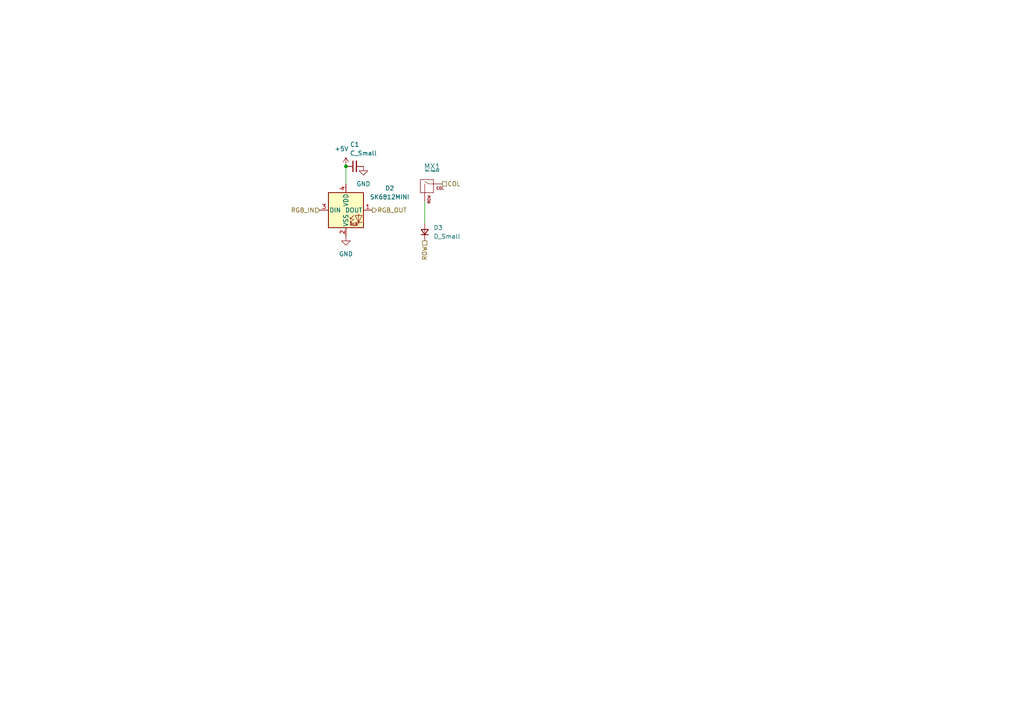
<source format=kicad_sch>
(kicad_sch (version 20211123) (generator eeschema)
  (paper "A4")
  (lib_symbols
    (symbol "Device:C_Small" (pin_numbers hide) (pin_names (offset 0.254) hide)
      (property "Reference" "C" (at 0.254 1.778 0))
      (property "Value" "C_Small" (at 0.254 -2.032 0))
      (symbol "C_Small_0_1"
        (polyline (pts (xy -1.524 -0.508) (xy 1.524 -0.508)) (stroke (width 0.3302)))
        (polyline (pts (xy -1.524 0.508) (xy 1.524 0.508)) (stroke (width 0.3048)))
      )
      (symbol "C_Small_1_1"
        (pin passive line (at 0 2.54 270) (length 2.032) (name "~") (number "1"))
        (pin passive line (at 0 -2.54 90) (length 2.032) (name "~") (number "2"))
      )
    )
    (symbol "Device:D_Small" (pin_numbers hide) (pin_names (offset 0.254) hide)
      (property "Reference" "D" (at -1.27 2.032 0))
      (property "Value" "D_Small" (at -3.81 -2.032 0))
      (symbol "D_Small_0_1"
        (polyline (pts (xy -0.762 -1.016) (xy -0.762 1.016)) (stroke (width 0.254)))
        (polyline (pts (xy -0.762 0) (xy 0.762 0)))
        (polyline (pts (xy 0.762 -1.016) (xy -0.762 0) (xy 0.762 1.016) (xy 0.762 -1.016)) (stroke (width 0.254)))
      )
      (symbol "D_Small_1_1"
        (pin passive line (at -2.54 0 0) (length 1.778) (name "K") (number "1"))
        (pin passive line (at 2.54 0 180) (length 1.778) (name "A") (number "2"))
      )
    )
    (symbol "LED:SK6812MINI" (pin_names (offset 0.254))
      (property "Reference" "D" (at 5.08 5.715 0))
      (property "Value" "SK6812MINI" (at 1.27 -5.715 0))
      (symbol "SK6812MINI_0_0"
        (text "RGB" (at 2.286 -4.191 0) (effects (font (size 0.762 0.762))))
      )
      (symbol "SK6812MINI_0_1"
        (polyline (pts (xy 1.27 -3.556) (xy 1.778 -3.556)))
        (polyline (pts (xy 1.27 -2.54) (xy 1.778 -2.54)))
        (polyline (pts (xy 4.699 -3.556) (xy 2.667 -3.556)))
        (polyline (pts (xy 2.286 -2.54) (xy 1.27 -3.556) (xy 1.27 -3.048)))
        (polyline (pts (xy 2.286 -1.524) (xy 1.27 -2.54) (xy 1.27 -2.032)))
        (polyline (pts (xy 3.683 -1.016) (xy 3.683 -3.556) (xy 3.683 -4.064)))
        (polyline (pts (xy 4.699 -1.524) (xy 2.667 -1.524) (xy 3.683 -3.556) (xy 4.699 -1.524)))
        (rectangle (start 5.08 5.08) (end -5.08 -5.08) (stroke (width 0.254)) (fill (type background)))
      )
      (symbol "SK6812MINI_1_1"
        (pin output line (at 7.62 0 180) (length 2.54) (name "DOUT") (number "1"))
        (pin power_in line (at 0 -7.62 90) (length 2.54) (name "VSS") (number "2"))
        (pin input line (at -7.62 0 0) (length 2.54) (name "DIN") (number "3"))
        (pin power_in line (at 0 7.62 270) (length 2.54) (name "VDD") (number "4"))
      )
    )
    (symbol "MX_Alps_Hybrid:MX-NoLED" (pin_names (offset 1.016))
      (property "Reference" "MX" (at -0.635 3.81 0))
      (property "Value" "MX-NoLED" (at -0.635 1.27 0))
      (symbol "MX-NoLED_0_0"
        (rectangle (start -2.54 2.54) (end 1.27 -1.27))
        (polyline (pts (xy -1.27 -1.27) (xy -1.27 1.27)) (stroke (width 0.127)))
        (polyline (pts (xy 1.27 1.27) (xy 0 1.27) (xy -1.27 1.905)) (stroke (width 0.127)))
        (text "COL" (at 3.175 0 0) (effects (font (size 0.762 0.762))))
        (text "ROW" (at 0 -1.905 900) (effects (font (size 0.762 0.762)) (justify right)))
      )
      (symbol "MX-NoLED_1_1"
        (pin passive line (at 3.81 1.27 180) (length 2.54) (name "COL") (number "1"))
        (pin passive line (at -1.27 -3.81 90) (length 2.54) (name "ROW") (number "2"))
      )
    )
    (symbol "power:+5V" (power) (pin_names (offset 0))
      (property "Value" "+5V" (at 0 3.556 0))
      (symbol "+5V_0_1"
        (polyline (pts (xy -0.762 1.27) (xy 0 2.54)))
        (polyline (pts (xy 0 0) (xy 0 2.54)))
        (polyline (pts (xy 0 2.54) (xy 0.762 1.27)))
      )
      (symbol "+5V_1_1"
        (pin power_in line (at 0 0 90) (length 0) hide (name "+5V") (number "1"))
      )
    )
    (symbol "power:GND" (power) (pin_names (offset 0))
      (property "Value" "GND" (at 0 -3.81 0))
      (symbol "GND_0_1"
        (polyline (pts (xy 0 0) (xy 0 -1.27) (xy 1.27 -1.27) (xy 0 -2.54) (xy -1.27 -1.27) (xy 0 -1.27)))
      )
      (symbol "GND_1_1"
        (pin power_in line (at 0 0 270) (length 0) hide (name "GND") (number "1"))
      )
    )
  )
  (junction (at 100.33 48.26))
  (wire (pts (xy 100.33 48.26) (xy 100.33 53.34)))
  (wire (pts (xy 123.19 58.42) (xy 123.19 64.77)))
  (hierarchical_label "RGB_IN" (shape input) (at 92.71 60.96 180))
  (hierarchical_label "COL" (shape passive) (at 128.27 53.34 0))
  (hierarchical_label "RGB_OUT" (shape output) (at 107.95 60.96 0))
  (hierarchical_label "ROW" (shape passive) (at 123.19 69.85 270))
  (symbol (lib_id "LED:SK6812MINI") (at 100.33 60.96 0) (unit 1)
    (property "Reference" "D2" (at 113.03 54.61 0))
    (property "Value" "SK6812MINI" (at 113.03 57.15 0))
    (property "Footprint" "Keebio-Parts:SK6812-MINI-E" (effects hide))
    (property "Datasheet" "https://cdn-shop.adafruit.com/product-files/2686/SK6812MINI_REV.01-1-2.pdf" (effects hide))
  )
  (symbol (lib_id "power:GND") (at 100.33 68.58 0) (unit 1)
    (property "Reference" "#PWR06" (effects hide))
    (property "Value" "GND" (at 100.33 73.66 0))
  )
  (symbol (lib_id "power:+5V") (at 100.33 48.26 0) (unit 1)
    (property "Reference" "#PWR04" (effects hide))
    (property "Value" "+5V" (at 99.06 43.18 0))
  )
  (symbol (lib_id "Device:D_Small") (at 123.19 67.31 90) (unit 1)
    (property "Reference" "D3" (at 125.73 66.0399 90) (effects (justify right)))
    (property "Value" "D_Small" (at 125.73 68.5799 90) (effects (justify right)))
    (property "Footprint" "Diode_SMD:D_SOD-123" (effects hide))
  )
  (symbol (lib_id "MX_Alps_Hybrid:MX-NoLED") (at 124.46 54.61 0) (unit 1)
    (property "Reference" "MX1" (at 125.3456 48.26 0) (effects (font (size 1.524 1.524))))
    (property "Value" "MX-NoLED" (at 125.3456 49.53 0) (effects (font (size 0.508 0.508))))
    (property "Footprint" "MX_Only:MXOnly-2U-Hotswap" (effects hide))
  )
  (symbol (lib_id "Device:C_Small") (at 102.87 48.26 90) (unit 1)
    (property "Reference" "C1" (at 102.87 41.91 90))
    (property "Value" "C_Small" (at 105.41 44.45 90))
    (property "Footprint" "Capacitor_SMD:C_0805_2012Metric_Pad1.18x1.45mm_HandSolder" (effects hide))
  )
  (symbol (lib_id "power:GND") (at 105.41 48.26 0) (unit 1)
    (property "Reference" "#PWR05" (effects hide))
    (property "Value" "GND" (at 105.41 53.34 0))
  )
)
</source>
